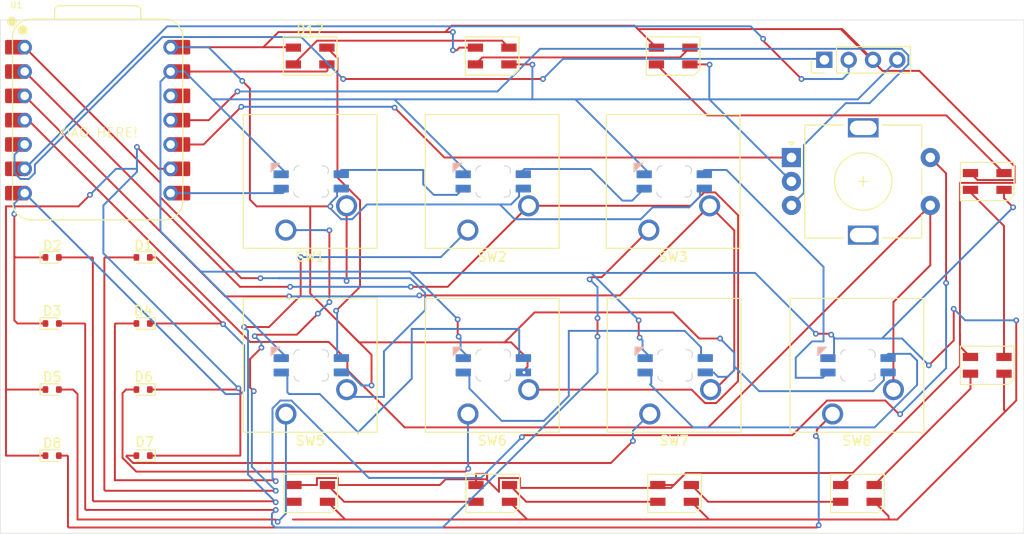
<source format=kicad_pcb>
(kicad_pcb (version 20241229) (generator "pcbnew") (generator_version "9.0")
  (layers (0 "F.Cu" signal) (2 "B.Cu" signal) (13 "F.Paste" user) (15 "B.Paste" user) (5 "F.SilkS" user "F.Silkscreen") (7 "B.SilkS" user "B.Silkscreen") (1 "F.Mask" user) (3 "B.Mask" user) (25 "Edge.Cuts" user))
  (net 0 "")
  (net 1 "Row 1")
  (net 2 "+5V")
  (net 3 "Net-(D1-A)")
  (net 4 "GND")
  (net 5 "Net-(D2-A)")
  (net 6 "Net-(D3-A)")
  (net 7 "Net-(D4-A)")
  (net 8 "Row 2")
  (net 9 "SDA")
  (net 10 "Net-(D5-A)")
  (net 11 "Net-(D6-A)")
  (net 12 "Net-(D7-A)")
  (net 13 "Net-(D8-A)")
  (net 15 "Net-(D20-DOUT)")
  (net 16 "Net-(D10-DIN)")
  (net 17 "Net-(D10-DOUT)")
  (net 18 "Net-(D11-DOUT)")
  (net 19 "Net-(D12-DOUT)")
  (net 20 "Net-(D13-DOUT)")
  (net 21 "Net-(D14-DOUT)")
  (net 22 "Net-(D15-DOUT)")
  (net 23 "Net-(D16-DOUT)")
  (net 24 "Net-(D18-DOUT)")
  (net 25 "Net-(D19-DOUT)")
  (net 26 "SCL")
  (net 27 "Column 1")
  (net 28 "Column 2")
  (net 29 "Column 3")
  (net 30 "Column 4")
  (net 31 "Rotary B")
  (net 32 "Rotary A")
  (net 33 "Net-(D17-DOUT)")
  (net 34 "Net-(D21-DOUT)")
  (net 35 "Net-(D22-DOUT)")
  (net 36 "Net-(D23-DOUT)")
  (net 37 "Net-(D24-DOUT)")
  (footprint "Button_Switch_Keyboard:SW_Cherry_MX_1.00u_PCB" (layer "F.Cu") (at 84.96 94.98 180)
    (property "Reference" "SW5")
    (property "Value" "SW_Push")
  )
  (footprint "LED_SMD:LED_SK6812MINI_PLCC4_3.5x3.5mm_P1.75mm" (layer "F.Cu") (at 106.5 57.6)
    (property "Reference" "D18" (hide yes))
    (property "Value" "WS2812B")
  )
  (footprint "Button_Switch_Keyboard:SW_Cherry_MX_1.00u_PCB" (layer "F.Cu") (at 84.95 75.78 180)
    (property "Reference" "SW1")
    (property "Value" "SW_Push")
  )
  (footprint "LED_SMD:LED_SK6812MINI_PLCC4_3.5x3.5mm_P1.75mm" (layer "F.Cu") (at 106.56 103.275)
    (property "Reference" "D24" (hide yes))
    (property "Value" "WS2812B")
  )
  (footprint "Button_Switch_Keyboard:SW_Cherry_MX_1.00u_PCB" (layer "F.Cu") (at 142.05 94.98 180)
    (property "Reference" "SW8")
    (property "Value" "SW_Push")
  )
  (footprint "Backlight:MX_SK6812MINI-E_REV" (layer "F.Cu") (at 125.6125 89.9)
    (property "Reference" "D14" (hide yes))
    (property "Value" "WS2812B" (hide yes))
    (fp_line (start -1.699999 0.702842) (end -1.699999 -0.702842) (stroke (width 0.1)) (layer "Edge.Cuts"))
    (fp_line (start -0.794452 -1.5) (end 0.794452 -1.5) (stroke (width 0.1)) (layer "Edge.Cuts"))
    (fp_line (start 0.794452 1.499999) (end -0.794453 1.499999) (stroke (width 0.1)) (layer "Edge.Cuts"))
    (fp_line (start 1.699999 -0.702842) (end 1.699999 0.702842) (stroke (width 0.1)) (layer "Edge.Cuts"))
    (fp_arc (start -1.749484 -0.91972) (mid -1.712527 -0.814068) (end -1.699999 -0.702842) (stroke (width 0.1)) (layer "Edge.Cuts"))
    (fp_arc (start -1.749484 -0.919719) (mid -1.638072 -1.504035) (end -1.046711 -1.568299) (stroke (width 0.1)) (layer "Edge.Cuts"))
    (fp_arc (start -1.699999 0.702843) (mid -1.712527 0.814068) (end -1.749484 0.91972) (stroke (width 0.1)) (layer "Edge.Cuts"))
    (fp_arc (start -1.046711 1.568298) (mid -1.63807 1.504034) (end -1.749484 0.91972) (stroke (width 0.1)) (layer "Edge.Cuts"))
    (fp_arc (start -1.046711 1.568298) (mid -0.925123 1.517376) (end -0.794453 1.499999) (stroke (width 0.1)) (layer "Edge.Cuts"))
    (fp_arc (start -0.794452 -1.5) (mid -0.925123 -1.517377) (end -1.046711 -1.568299) (stroke (width 0.1)) (layer "Edge.Cuts"))
    (fp_arc (start 0.794453 1.5) (mid 0.925123 1.517377) (end 1.046711 1.568299) (stroke (width 0.1)) (layer "Edge.Cuts"))
    (fp_arc (start 1.04671 -1.568299) (mid 0.925122 -1.517377) (end 0.794452 -1.5) (stroke (width 0.1)) (layer "Edge.Cuts"))
    (fp_arc (start 1.046711 -1.568297) (mid 1.63807 -1.504035) (end 1.749484 -0.91972) (stroke (width 0.1)) (layer "Edge.Cuts"))
    (fp_arc (start 1.699999 -0.702843) (mid 1.712528 -0.814068) (end 1.749484 -0.91972) (stroke (width 0.1)) (layer "Edge.Cuts"))
    (fp_arc (start 1.749484 0.91972) (mid 1.638072 1.504037) (end 1.046711 1.568299) (stroke (width 0.1)) (layer "Edge.Cuts"))
    (fp_arc (start 1.75 0.92) (mid 1.713043 0.814348) (end 1.700515 0.703123) (stroke (width 0.1)) (layer "Edge.Cuts"))
  )
  (footprint "Button_Switch_Keyboard:SW_Cherry_MX_1.00u_PCB" (layer "F.Cu") (at 122.96 94.98 180)
    (property "Reference" "SW7")
    (property "Value" "SW_Push")
  )
  (footprint "LED_SMD:LED_SK6812MINI_PLCC4_3.5x3.5mm_P1.75mm" (layer "F.Cu") (at 144.64 103.275)
    (property "Reference" "D22" (hide yes))
    (property "Value" "WS2812B")
  )
  (footprint "Diode_SMD:D_SOD-523" (layer "F.Cu") (at 70.05 99.3315 180)
    (property "Reference" "D7" (hide yes))
    (property "Value" "1N4148WT" (hide yes))
  )
  (footprint "LED_SMD:LED_SK6812MINI_PLCC4_3.5x3.5mm_P1.75mm" (layer "F.Cu") (at 125.55 103.275)
    (property "Reference" "D23" (hide yes))
    (property "Value" "WS2812B")
  )
  (footprint "Connector_PinHeader_2.54mm:PinHeader_1x04_P2.54mm_Vertical" (layer "F.Cu") (at 141.19 58 90)
    (property "Reference" "J1" (hide yes))
    (property "Value" "OLED_DISPLAY")
  )
  (footprint "Diode_SMD:D_SOD-523" (layer "F.Cu") (at 60.55 85.5315)
    (property "Reference" "D3")
    (property "Value" "1N4148WT" (hide yes))
  )
  (footprint "LED_SMD:LED_SK6812MINI_PLCC4_3.5x3.5mm_P1.75mm" (layer "F.Cu") (at 87.55 103.275)
    (property "Reference" "D25" (hide yes))
    (property "Value" "WS2812B")
  )
  (footprint "Button_Switch_Keyboard:SW_Cherry_MX_1.00u_PCB" (layer "F.Cu") (at 103.96 75.78 180)
    (property "Reference" "SW2")
    (property "Value" "SW_Push")
  )
  (footprint "Button_Switch_Keyboard:SW_Cherry_MX_1.00u_PCB" (layer "F.Cu") (at 122.86 75.78 180)
    (property "Reference" "SW3")
    (property "Value" "SW_Push")
  )
  (footprint "LED_SMD:LED_SK6812MINI_PLCC4_3.5x3.5mm_P1.75mm" (layer "F.Cu") (at 87.49 57.6)
    (property "Reference" "D17")
    (property "Value" "WS2812B")
  )
  (footprint "Backlight:MX_SK6812MINI-E_REV" (layer "F.Cu") (at 87.6025 70.7)
    (property "Reference" "D10" (hide yes))
    (property "Value" "WS2812B" (hide yes))
    (fp_line (start -1.699999 0.702842) (end -1.699999 -0.702842) (stroke (width 0.1)) (layer "Edge.Cuts"))
    (fp_line (start -0.794452 -1.5) (end 0.794452 -1.5) (stroke (width 0.1)) (layer "Edge.Cuts"))
    (fp_line (start 0.794452 1.499999) (end -0.794453 1.499999) (stroke (width 0.1)) (layer "Edge.Cuts"))
    (fp_line (start 1.699999 -0.702842) (end 1.699999 0.702842) (stroke (width 0.1)) (layer "Edge.Cuts"))
    (fp_arc (start -1.749484 -0.91972) (mid -1.712527 -0.814068) (end -1.699999 -0.702842) (stroke (width 0.1)) (layer "Edge.Cuts"))
    (fp_arc (start -1.749484 -0.919719) (mid -1.638072 -1.504035) (end -1.046711 -1.568299) (stroke (width 0.1)) (layer "Edge.Cuts"))
    (fp_arc (start -1.699999 0.702843) (mid -1.712527 0.814068) (end -1.749484 0.91972) (stroke (width 0.1)) (layer "Edge.Cuts"))
    (fp_arc (start -1.046711 1.568298) (mid -1.63807 1.504034) (end -1.749484 0.91972) (stroke (width 0.1)) (layer "Edge.Cuts"))
    (fp_arc (start -1.046711 1.568298) (mid -0.925123 1.517376) (end -0.794453 1.499999) (stroke (width 0.1)) (layer "Edge.Cuts"))
    (fp_arc (start -0.794452 -1.5) (mid -0.925123 -1.517377) (end -1.046711 -1.568299) (stroke (width 0.1)) (layer "Edge.Cuts"))
    (fp_arc (start 0.794453 1.5) (mid 0.925123 1.517377) (end 1.046711 1.568299) (stroke (width 0.1)) (layer "Edge.Cuts"))
    (fp_arc (start 1.04671 -1.568299) (mid 0.925122 -1.517377) (end 0.794452 -1.5) (stroke (width 0.1)) (layer "Edge.Cuts"))
    (fp_arc (start 1.046711 -1.568297) (mid 1.63807 -1.504035) (end 1.749484 -0.91972) (stroke (width 0.1)) (layer "Edge.Cuts"))
    (fp_arc (start 1.699999 -0.702843) (mid 1.712528 -0.814068) (end 1.749484 -0.91972) (stroke (width 0.1)) (layer "Edge.Cuts"))
    (fp_arc (start 1.749484 0.91972) (mid 1.638072 1.504037) (end 1.046711 1.568299) (stroke (width 0.1)) (layer "Edge.Cuts"))
    (fp_arc (start 1.75 0.92) (mid 1.713043 0.814348) (end 1.700515 0.703123) (stroke (width 0.1)) (layer "Edge.Cuts"))
  )
  (footprint "Button_Switch_Keyboard:SW_Cherry_MX_1.00u_PCB" (layer "F.Cu") (at 103.97 94.98 180)
    (property "Reference" "SW6")
    (property "Value" "SW_Push")
  )
  (footprint "Rotary_Encoder:RotaryEncoder_Alps_EC11E-Switch_Vertical_H20mm" (layer "F.Cu") (at 137.75 68.2)
    (property "Reference" "SW13" (hide yes))
    (property "Value" "RotaryEncoder_Switch")
  )
  (footprint "Diode_SMD:D_SOD-523" (layer "F.Cu") (at 70.05 92.4315 180)
    (property "Reference" "D6")
    (property "Value" "1N4148WT" (hide yes))
  )
  (footprint "Backlight:MX_SK6812MINI-E_REV" (layer "F.Cu") (at 106.6125 70.7)
    (property "Reference" "D11" (hide yes))
    (property "Value" "WS2812B" (hide yes))
    (fp_line (start -1.699999 0.702842) (end -1.699999 -0.702842) (stroke (width 0.1)) (layer "Edge.Cuts"))
    (fp_line (start -0.794452 -1.5) (end 0.794452 -1.5) (stroke (width 0.1)) (layer "Edge.Cuts"))
    (fp_line (start 0.794452 1.499999) (end -0.794453 1.499999) (stroke (width 0.1)) (layer "Edge.Cuts"))
    (fp_line (start 1.699999 -0.702842) (end 1.699999 0.702842) (stroke (width 0.1)) (layer "Edge.Cuts"))
    (fp_arc (start -1.749484 -0.91972) (mid -1.712527 -0.814068) (end -1.699999 -0.702842) (stroke (width 0.1)) (layer "Edge.Cuts"))
    (fp_arc (start -1.749484 -0.919719) (mid -1.638072 -1.504035) (end -1.046711 -1.568299) (stroke (width 0.1)) (layer "Edge.Cuts"))
    (fp_arc (start -1.699999 0.702843) (mid -1.712527 0.814068) (end -1.749484 0.91972) (stroke (width 0.1)) (layer "Edge.Cuts"))
    (fp_arc (start -1.046711 1.568298) (mid -1.63807 1.504034) (end -1.749484 0.91972) (stroke (width 0.1)) (layer "Edge.Cuts"))
    (fp_arc (start -1.046711 1.568298) (mid -0.925123 1.517376) (end -0.794453 1.499999) (stroke (width 0.1)) (layer "Edge.Cuts"))
    (fp_arc (start -0.794452 -1.5) (mid -0.925123 -1.517377) (end -1.046711 -1.568299) (stroke (width 0.1)) (layer "Edge.Cuts"))
    (fp_arc (start 0.794453 1.5) (mid 0.925123 1.517377) (end 1.046711 1.568299) (stroke (width 0.1)) (layer "Edge.Cuts"))
    (fp_arc (start 1.04671 -1.568299) (mid 0.925122 -1.517377) (end 0.794452 -1.5) (stroke (width 0.1)) (layer "Edge.Cuts"))
    (fp_arc (start 1.046711 -1.568297) (mid 1.63807 -1.504035) (end 1.749484 -0.91972) (stroke (width 0.1)) (layer "Edge.Cuts"))
    (fp_arc (start 1.699999 -0.702843) (mid 1.712528 -0.814068) (end 1.749484 -0.91972) (stroke (width 0.1)) (layer "Edge.Cuts"))
    (fp_arc (start 1.749484 0.91972) (mid 1.638072 1.504037) (end 1.046711 1.568299) (stroke (width 0.1)) (layer "Edge.Cuts"))
    (fp_arc (start 1.75 0.92) (mid 1.713043 0.814348) (end 1.700515 0.703123) (stroke (width 0.1)) (layer "Edge.Cuts"))
  )
  (footprint "OPL:XIAO-RP2040-DIP" (layer "F.Cu") (at 65.3 64.3)
    (property "Reference" "U1")
    (property "Value" "XIAO-RP2040-DIP")
  )
  (footprint "Backlight:MX_SK6812MINI-E_REV" (layer "F.Cu") (at 125.5125 70.7)
    (property "Reference" "D12" (hide yes))
    (property "Value" "WS2812B" (hide yes))
    (fp_line (start -1.699999 0.702842) (end -1.699999 -0.702842) (stroke (width 0.1)) (layer "Edge.Cuts"))
    (fp_line (start -0.794452 -1.5) (end 0.794452 -1.5) (stroke (width 0.1)) (layer "Edge.Cuts"))
    (fp_line (start 0.794452 1.499999) (end -0.794453 1.499999) (stroke (width 0.1)) (layer "Edge.Cuts"))
    (fp_line (start 1.699999 -0.702842) (end 1.699999 0.702842) (stroke (width 0.1)) (layer "Edge.Cuts"))
    (fp_arc (start -1.749484 -0.91972) (mid -1.712527 -0.814068) (end -1.699999 -0.702842) (stroke (width 0.1)) (layer "Edge.Cuts"))
    (fp_arc (start -1.749484 -0.919719) (mid -1.638072 -1.504035) (end -1.046711 -1.568299) (stroke (width 0.1)) (layer "Edge.Cuts"))
    (fp_arc (start -1.699999 0.702843) (mid -1.712527 0.814068) (end -1.749484 0.91972) (stroke (width 0.1)) (layer "Edge.Cuts"))
    (fp_arc (start -1.046711 1.568298) (mid -1.63807 1.504034) (end -1.749484 0.91972) (stroke (width 0.1)) (layer "Edge.Cuts"))
    (fp_arc (start -1.046711 1.568298) (mid -0.925123 1.517376) (end -0.794453 1.499999) (stroke (width 0.1)) (layer "Edge.Cuts"))
    (fp_arc (start -0.794452 -1.5) (mid -0.925123 -1.517377) (end -1.046711 -1.568299) (stroke (width 0.1)) (layer "Edge.Cuts"))
    (fp_arc (start 0.794453 1.5) (mid 0.925123 1.517377) (end 1.046711 1.568299) (stroke (width 0.1)) (layer "Edge.Cuts"))
    (fp_arc (start 1.04671 -1.568299) (mid 0.925122 -1.517377) (end 0.794452 -1.5) (stroke (width 0.1)) (layer "Edge.Cuts"))
    (fp_arc (start 1.046711 -1.568297) (mid 1.63807 -1.504035) (end 1.749484 -0.91972) (stroke (width 0.1)) (layer "Edge.Cuts"))
    (fp_arc (start 1.699999 -0.702843) (mid 1.712528 -0.814068) (end 1.749484 -0.91972) (stroke (width 0.1)) (layer "Edge.Cuts"))
    (fp_arc (start 1.749484 0.91972) (mid 1.638072 1.504037) (end 1.046711 1.568299) (stroke (width 0.1)) (layer "Edge.Cuts"))
    (fp_arc (start 1.75 0.92) (mid 1.713043 0.814348) (end 1.700515 0.703123) (stroke (width 0.1)) (layer "Edge.Cuts"))
  )
  (footprint "Backlight:MX_SK6812MINI-E_REV" (layer "F.Cu") (at 144.7025 89.9)
    (property "Reference" "D13" (hide yes))
    (property "Value" "WS2812B" (hide yes))
    (fp_line (start -1.699999 0.702842) (end -1.699999 -0.702842) (stroke (width 0.1)) (layer "Edge.Cuts"))
    (fp_line (start -0.794452 -1.5) (end 0.794452 -1.5) (stroke (width 0.1)) (layer "Edge.Cuts"))
    (fp_line (start 0.794452 1.499999) (end -0.794453 1.499999) (stroke (width 0.1)) (layer "Edge.Cuts"))
    (fp_line (start 1.699999 -0.702842) (end 1.699999 0.702842) (stroke (width 0.1)) (layer "Edge.Cuts"))
    (fp_arc (start -1.749484 -0.91972) (mid -1.712527 -0.814068) (end -1.699999 -0.702842) (stroke (width 0.1)) (layer "Edge.Cuts"))
    (fp_arc (start -1.749484 -0.919719) (mid -1.638072 -1.504035) (end -1.046711 -1.568299) (stroke (width 0.1)) (layer "Edge.Cuts"))
    (fp_arc (start -1.699999 0.702843) (mid -1.712527 0.814068) (end -1.749484 0.91972) (stroke (width 0.1)) (layer "Edge.Cuts"))
    (fp_arc (start -1.046711 1.568298) (mid -1.63807 1.504034) (end -1.749484 0.91972) (stroke (width 0.1)) (layer "Edge.Cuts"))
    (fp_arc (start -1.046711 1.568298) (mid -0.925123 1.517376) (end -0.794453 1.499999) (stroke (width 0.1)) (layer "Edge.Cuts"))
    (fp_arc (start -0.794452 -1.5) (mid -0.925123 -1.517377) (end -1.046711 -1.568299) (stroke (width 0.1)) (layer "Edge.Cuts"))
    (fp_arc (start 0.794453 1.5) (mid 0.925123 1.517377) (end 1.046711 1.568299) (stroke (width 0.1)) (layer "Edge.Cuts"))
    (fp_arc (start 1.04671 -1.568299) (mid 0.925122 -1.517377) (end 0.794452 -1.5) (stroke (width 0.1)) (layer "Edge.Cuts"))
    (fp_arc (start 1.046711 -1.568297) (mid 1.63807 -1.504035) (end 1.749484 -0.91972) (stroke (width 0.1)) (layer "Edge.Cuts"))
    (fp_arc (start 1.699999 -0.702843) (mid 1.712528 -0.814068) (end 1.749484 -0.91972) (stroke (width 0.1)) (layer "Edge.Cuts"))
    (fp_arc (start 1.749484 0.91972) (mid 1.638072 1.504037) (end 1.046711 1.568299) (stroke (width 0.1)) (layer "Edge.Cuts"))
    (fp_arc (start 1.75 0.92) (mid 1.713043 0.814348) (end 1.700515 0.703123) (stroke (width 0.1)) (layer "Edge.Cuts"))
  )
  (footprint "LED_SMD:LED_SK6812MINI_PLCC4_3.5x3.5mm_P1.75mm" (layer "F.Cu") (at 125.4 57.6)
    (property "Reference" "D19" (hide yes))
    (property "Value" "WS2812B")
  )
  (footprint "Backlight:MX_SK6812MINI-E_REV" (layer "F.Cu") (at 106.6225 89.9)
    (property "Reference" "D15" (hide yes))
    (property "Value" "WS2812B" (hide yes))
    (fp_line (start -1.699999 0.702842) (end -1.699999 -0.702842) (stroke (width 0.1)) (layer "Edge.Cuts"))
    (fp_line (start -0.794452 -1.5) (end 0.794452 -1.5) (stroke (width 0.1)) (layer "Edge.Cuts"))
    (fp_line (start 0.794452 1.499999) (end -0.794453 1.499999) (stroke (width 0.1)) (layer "Edge.Cuts"))
    (fp_line (start 1.699999 -0.702842) (end 1.699999 0.702842) (stroke (width 0.1)) (layer "Edge.Cuts"))
    (fp_arc (start -1.749484 -0.91972) (mid -1.712527 -0.814068) (end -1.699999 -0.702842) (stroke (width 0.1)) (layer "Edge.Cuts"))
    (fp_arc (start -1.749484 -0.919719) (mid -1.638072 -1.504035) (end -1.046711 -1.568299) (stroke (width 0.1)) (layer "Edge.Cuts"))
    (fp_arc (start -1.699999 0.702843) (mid -1.712527 0.814068) (end -1.749484 0.91972) (stroke (width 0.1)) (layer "Edge.Cuts"))
    (fp_arc (start -1.046711 1.568298) (mid -1.63807 1.504034) (end -1.749484 0.91972) (stroke (width 0.1)) (layer "Edge.Cuts"))
    (fp_arc (start -1.046711 1.568298) (mid -0.925123 1.517376) (end -0.794453 1.499999) (stroke (width 0.1)) (layer "Edge.Cuts"))
    (fp_arc (start -0.794452 -1.5) (mid -0.925123 -1.517377) (end -1.046711 -1.568299) (stroke (width 0.1)) (layer "Edge.Cuts"))
    (fp_arc (start 0.794453 1.5) (mid 0.925123 1.517377) (end 1.046711 1.568299) (stroke (width 0.1)) (layer "Edge.Cuts"))
    (fp_arc (start 1.04671 -1.568299) (mid 0.925122 -1.517377) (end 0.794452 -1.5) (stroke (width 0.1)) (layer "Edge.Cuts"))
    (fp_arc (start 1.046711 -1.568297) (mid 1.63807 -1.504035) (end 1.749484 -0.91972) (stroke (width 0.1)) (layer "Edge.Cuts"))
    (fp_arc (start 1.699999 -0.702843) (mid 1.712528 -0.814068) (end 1.749484 -0.91972) (stroke (width 0.1)) (layer "Edge.Cuts"))
    (fp_arc (start 1.749484 0.91972) (mid 1.638072 1.504037) (end 1.046711 1.568299) (stroke (width 0.1)) (layer "Edge.Cuts"))
    (fp_arc (start 1.75 0.92) (mid 1.713043 0.814348) (end 1.700515 0.703123) (stroke (width 0.1)) (layer "Edge.Cuts"))
  )
  (footprint "Diode_SMD:D_SOD-523" (layer "F.Cu") (at 60.55 99.3315)
    (property "Reference" "D8")
    (property "Value" "1N4148WT" (hide yes))
  )
  (footprint "Diode_SMD:D_SOD-523" (layer "F.Cu") (at 60.55 78.6315)
    (property "Reference" "D2")
    (property "Value" "1N4148WT" (hide yes))
  )
  (footprint "Diode_SMD:D_SOD-523" (layer "F.Cu") (at 60.55 92.4315)
    (property "Reference" "D5")
    (property "Value" "1N4148WT" (hide yes))
  )
  (footprint "Backlight:MX_SK6812MINI-E_REV" (layer "F.Cu") (at 87.6125 89.9)
    (property "Reference" "D16" (hide yes))
    (property "Value" "WS2812B" (hide yes))
    (fp_line (start -1.699999 0.702842) (end -1.699999 -0.702842) (stroke (width 0.1)) (layer "Edge.Cuts"))
    (fp_line (start -0.794452 -1.5) (end 0.794452 -1.5) (stroke (width 0.1)) (layer "Edge.Cuts"))
    (fp_line (start 0.794452 1.499999) (end -0.794453 1.499999) (stroke (width 0.1)) (layer "Edge.Cuts"))
    (fp_line (start 1.699999 -0.702842) (end 1.699999 0.702842) (stroke (width 0.1)) (layer "Edge.Cuts"))
    (fp_arc (start -1.749484 -0.91972) (mid -1.712527 -0.814068) (end -1.699999 -0.702842) (stroke (width 0.1)) (layer "Edge.Cuts"))
    (fp_arc (start -1.749484 -0.919719) (mid -1.638072 -1.504035) (end -1.046711 -1.568299) (stroke (width 0.1)) (layer "Edge.Cuts"))
    (fp_arc (start -1.699999 0.702843) (mid -1.712527 0.814068) (end -1.749484 0.91972) (stroke (width 0.1)) (layer "Edge.Cuts"))
    (fp_arc (start -1.046711 1.568298) (mid -1.63807 1.504034) (end -1.749484 0.91972) (stroke (width 0.1)) (layer "Edge.Cuts"))
    (fp_arc (start -1.046711 1.568298) (mid -0.925123 1.517376) (end -0.794453 1.499999) (stroke (width 0.1)) (layer "Edge.Cuts"))
    (fp_arc (start -0.794452 -1.5) (mid -0.925123 -1.517377) (end -1.046711 -1.568299) (stroke (width 0.1)) (layer "Edge.Cuts"))
    (fp_arc (start 0.794453 1.5) (mid 0.925123 1.517377) (end 1.046711 1.568299) (stroke (width 0.1)) (layer "Edge.Cuts"))
    (fp_arc (start 1.04671 -1.568299) (mid 0.925122 -1.517377) (end 0.794452 -1.5) (stroke (width 0.1)) (layer "Edge.Cuts"))
    (fp_arc (start 1.046711 -1.568297) (mid 1.63807 -1.504035) (end 1.749484 -0.91972) (stroke (width 0.1)) (layer "Edge.Cuts"))
    (fp_arc (start 1.699999 -0.702843) (mid 1.712528 -0.814068) (end 1.749484 -0.91972) (stroke (width 0.1)) (layer "Edge.Cuts"))
    (fp_arc (start 1.749484 0.91972) (mid 1.638072 1.504037) (end 1.046711 1.568299) (stroke (width 0.1)) (layer "Edge.Cuts"))
    (fp_arc (start 1.75 0.92) (mid 1.713043 0.814348) (end 1.700515 0.703123) (stroke (width 0.1)) (layer "Edge.Cuts"))
  )
  (footprint "Diode_SMD:D_SOD-523" (layer "F.Cu") (at 70.05 78.6315 180)
    (property "Reference" "D1" (hide yes))
    (property "Value" "1N4148WT" (hide yes))
  )
  (footprint "LED_SMD:LED_SK6812MINI_PLCC4_3.5x3.5mm_P1.75mm" (layer "F.Cu") (at 158.2 89.9)
    (property "Reference" "D21" (hide yes))
    (property "Value" "WS2812B")
  )
  (footprint "Diode_SMD:D_SOD-523" (layer "F.Cu") (at 70.05 85.5315 180)
    (property "Reference" "D4")
    (property "Value" "1N4148WT" (hide yes))
  )
  (footprint "LED_SMD:LED_SK6812MINI_PLCC4_3.5x3.5mm_P1.75mm" (layer "F.Cu") (at 158.2 70.7)
    (property "Reference" "D20" (hide yes))
    (property "Value" "WS2812B")
  )
  (gr_rect (start 55.12819 53.836733) (end 162.02819 107.436733) (stroke (width 0.05)) (fill no) (layer "Edge.Cuts"))
  (gr_text "D7\n" (at 70.2 97.9 0) (layer "F.SilkS") (effects (font (size 1 1))))
  (gr_text "XIAO HERE!" (at 61 66.2 0) (layer "F.SilkS") (effects (font (size 1 1) (thickness 0.1)) (justify left bottom)))
  (gr_text "D1" (at 70.1 77.4 0) (layer "F.SilkS") (effects (font (size 1 1))))
  (segment (start 78.3315 85.5315) (end 78.4 85.6) (width 0.2) (layer "F.Cu") (net 1))
  (segment (start 71.4315 78.6315) (end 78.4 85.6) (width 0.2) (layer "F.Cu") (net 1))
  (segment (start 56.9315 85.5315) (end 56.6 85.2) (width 0.2) (layer "F.Cu") (net 1))
  (segment (start 70.75 85.5315) (end 78.3315 85.5315) (width 0.2) (layer "F.Cu") (net 1))
  (segment (start 56.6 85.2) (end 56.6 78.5) (width 0.2) (layer "F.Cu") (net 1))
  (segment (start 56.6 78.5) (end 56.6 74.1) (width 0.2) (layer "F.Cu") (net 1))
  (segment (start 70.75 78.6315) (end 71.4315 78.6315) (width 0.2) (layer "F.Cu") (net 1))
  (segment (start 59.85 85.5315) (end 56.9315 85.5315) (width 0.2) (layer "F.Cu") (net 1))
  (segment (start 56.7315 78.6315) (end 56.6 78.5) (width 0.2) (layer "F.Cu") (net 1))
  (segment (start 59.85 78.6315) (end 56.7315 78.6315) (width 0.2) (layer "F.Cu") (net 1))
  (via (at 78.4 85.6) (size 0.6) (drill 0.3) (layers "F.Cu" "B.Cu") (net 1))
  (via (at 56.6 74.1) (size 0.6) (drill 0.3) (layers "F.Cu" "B.Cu") (net 1))
  (segment (start 80.601 87.801) (end 80.601 92.548943) (width 0.2) (layer "B.Cu") (net 1))
  (segment (start 78.4 85.6) (end 80.601 87.801) (width 0.2) (layer "B.Cu") (net 1))
  (segment (start 80.601 92.548943) (end 80.248943 92.901) (width 0.2) (layer "B.Cu") (net 1))
  (segment (start 78.661 92.901) (end 57.68 71.92) (width 0.2) (layer "B.Cu") (net 1))
  (segment (start 56.6 73) (end 57.68 71.92) (width 0.2) (layer "B.Cu") (net 1))
  (segment (start 80.248943 92.901) (end 78.661 92.901) (width 0.2) (layer "B.Cu") (net 1))
  (segment (start 56.6 74.1) (end 56.6 73) (width 0.2) (layer "B.Cu") (net 1))
  (segment (start 87.5 73.3) (end 89.6 73.3) (width 0.2) (layer "F.Cu") (net 2))
  (segment (start 125.473 102.4) (end 123.8 102.4) (width 0.2) (layer "F.Cu") (net 2))
  (segment (start 104.81 101.2365) (end 104.81 102.4) (width 0.2) (layer "F.Cu") (net 2))
  (segment (start 88.199 102.4) (end 85.8 102.4) (width 0.2) (layer "F.Cu") (net 2))
  (segment (start 107.209 103.109) (end 105.9735 101.8735) (width 0.2) (layer "F.Cu") (net 2))
  (segment (start 157.176 70.551) (end 156.45 69.825) (width 0.2) (layer "F.Cu") (net 2))
  (segment (start 161.051 69.6) (end 161.051 70.551) (width 0.2) (layer "F.Cu") (net 2))
  (segment (start 109.8225 90.413967) (end 110.196968 90.039499) (width 0.2) (layer "F.Cu") (net 2))
  (segment (start 88.199 101.674) (end 88.199 102.4) (width 0.2) (layer "F.Cu") (net 2))
  (segment (start 126.6365 101.2365) (end 125.173 102.7) (width 0.2) (layer "F.Cu") (net 2))
  (segment (start 130.3 87.1) (end 128.117591 87.1) (width 0.2) (layer "F.Cu") (net 2))
  (segment (start 109.411 102.7) (end 109.411 101.674) (width 0.2) (layer "F.Cu") (net 2))
  (segment (start 85.695 56.68) (end 85.74 56.725) (width 0.2) (layer "F.Cu") (net 2))
  (segment (start 161.051 69.099) (end 161.051 69.6) (width 0.2) (layer "F.Cu") (net 2))
  (segment (start 144.145 101.145) (end 126.728 101.145) (width 0.2) (layer "F.Cu") (net 2))
  (segment (start 102.262267 54.437733) (end 121.362733 54.437733) (width 0.2) (layer "F.Cu") (net 2))
  (segment (start 87.5 73.3) (end 87.5 82.4) (width 0.2) (layer "F.Cu") (net 2))
  (segment (start 92.601 87.501) (end 90.8 85.7) (width 0.2) (layer "F.Cu") (net 2))
  (segment (start 155.349 86.7) (end 155.349 87.924) (width 0.2) (layer "F.Cu") (net 2))
  (segment (start 73.755 56.68) (end 82.6 56.68) (width 0.2) (layer "F.Cu") (net 2))
  (segment (start 101.6 55.1) (end 102.262267 54.437733) (width 0.2) (layer "F.Cu") (net 2))
  (segment (start 109.411 101.674) (end 107.209 101.674) (width 0.2) (layer "F.Cu") (net 2))
  (segment (start 161.051 70.849) (end 155.349 70.849) (width 0.2) (layer "F.Cu") (net 2))
  (segment (start 107.8 87.501) (end 92.601 87.501) (width 0.2) (layer "F.Cu") (net 2))
  (segment (start 125.173 102.7) (end 109.411 102.7) (width 0.2) (layer "F.Cu") (net 2))
  (segment (start 90.401 102.4) (end 90.401 101.674) (width 0.2) (layer "F.Cu") (net 2))
  (segment (start 155.349 86.7) (end 155.349 89.941) (width 0.2) (layer "F.Cu") (net 2))
  (segment (start 108.48747 87.501) (end 107.8 87.501) (width 0.2) (layer "F.Cu") (net 2))
  (segment (start 93.9 88.8) (end 93.9 92) (width 0.2) (layer "F.Cu") (net 2))
  (segment (start 105.9735 101.8735) (end 105.9735 101.2365) (width 0.2) (layer "F.Cu") (net 2))
  (segment (start 121.7125 54.7875) (end 142.9 54.7875) (width 0.2) (layer "F.Cu") (net 2))
  (segment (start 121.7125 54.7875) (end 123.65 56.725) (width 0.2) (layer "F.Cu") (net 2))
  (segment (start 101.6 55.1) (end 102.4 55.1) (width 0.2) (layer "F.Cu") (net 2))
  (segment (start 80.4 60.2) (end 81.2 61) (width 0.2) (layer "F.Cu") (net 2))
  (segment (start 105.9735 101.8) (end 101.6365 101.8) (width 0.2) (layer "F.Cu") (net 2))
  (segment (start 126.728 101.145) (end 126.6365 101.2365) (width 0.2) (layer "F.Cu") (net 2))
  (segment (start 105.9735 101.2365) (end 105.9735 101.8) (width 0.2) (layer "F.Cu") (net 2))
  (segment (start 121.362733 54.437733) (end 121.7125 54.7875) (width 0.2) (layer "F.Cu") (net 2))
  (segment (start 151.103 59.151) (end 161.051 69.099) (width 0.2) (layer "F.Cu") (net 2))
  (segment (start 101.0365 102.4) (end 90.401 102.4) (width 0.2) (layer "F.Cu") (net 2))
  (segment (start 81.2 61) (end 81.2 72.6) (width 0.2) (layer "F.Cu") (net 2))
  (segment (start 144.145 101.145) (end 142.89 102.4) (width 0.2) (layer "F.Cu") (net 2))
  (segment (start 102.8 57) (end 103.075 56.725) (width 0.2) (layer "F.Cu") (net 2))
  (segment (start 143.0575 54.7875) (end 146.27 58) (width 0.2) (layer "F.Cu") (net 2))
  (segment (start 155.349 89.941) (end 144.145 101.145) (width 0.2) (layer "F.Cu") (net 2))
  (segment (start 81.9 73.3) (end 87.5 73.3) (width 0.2) (layer "F.Cu") (net 2))
  (segment (start 90.8 85.7) (end 93.9 88.8) (width 0.2) (layer "F.Cu") (net 2))
  (segment (start 109.8225 90.65) (end 109.8225 90.413967) (width 0.2) (layer "F.Cu") (net 2))
  (segment (start 82.6 56.68) (end 85.695 56.68) (width 0.2) (layer "F.Cu") (net 2))
  (segment (start 110.196968 89.210498) (end 108.48747 87.501) (width 0.2) (layer "F.Cu") (net 2))
  (segment (start 142.9 54.7875) (end 147.2635 59.151) (width 0.2) (layer "F.Cu") (net 2))
  (segment (start 101.6365 101.8) (end 101.0365 102.4) (width 0.2) (layer "F.Cu") (net 2))
  (segment (start 110.925265 84.375735) (end 107.8 87.501) (width 0.2) (layer "F.Cu") (net 2))
  (segment (start 147.2635 59.151) (end 151.103 59.151) (width 0.2) (layer "F.Cu") (net 2))
  (segment (start 142.9 54.7875) (end 143.0575 54.7875) (width 0.2) (layer "F.Cu") (net 2))
  (segment (start 90.401 101.674) (end 88.199 101.674) (width 0.2) (layer "F.Cu") (net 2))
  (segment (start 87.5 82.4) (end 90.8 85.7) (width 0.2) (layer "F.Cu") (net 2))
  (segment (start 81.2 72.6) (end 81.9 73.3) (width 0.2) (layer "F.Cu") (net 2))
  (segment (start 102.4 57) (end 102.8 57) (width 0.2) (layer "F.Cu") (net 2))
  (segment (start 84.18 55.1) (end 101.6 55.1) (width 0.2) (layer "F.Cu") (net 2))
  (segment (start 128.117591 87.1) (end 125.393326 84.375735) (width 0.2) (layer "F.Cu") (net 2))
  (segment (start 82.6 56.68) (end 84.18 55.1) (width 0.2) (layer "F.Cu") (net 2))
  (segment (start 155.349 87.924) (end 156.45 89.025) (width 0.2) (layer "F.Cu") (net 2))
  (segment (start 110.196968 90.039499) (end 110.196968 89.210498) (width 0.2) (layer "F.Cu") (net 2))
  (segment (start 161.051 70.551) (end 157.176 70.551) (width 0.2) (layer "F.Cu") (net 2))
  (segment (start 155.349 70.849) (end 155.349 86.7) (width 0.2) (layer "F.Cu") (net 2))
  (segment (start 161.051 69.6) (end 161.051 70.849) (width 0.2) (layer "F.Cu") (net 2))
  (segment (start 103.075 56.725) (end 104.75 56.725) (width 0.2) (layer "F.Cu") (net 2))
  (segment (start 105.9735 101.2365) (end 104.81 101.2365) (width 0.2) (layer "F.Cu") (net 2))
  (segment (start 125.393326 84.375735) (end 110.925265 84.375735) (width 0.2) (layer "F.Cu") (net 2))
  (segment (start 126.6365 101.2365) (end 125.473 102.4) (width 0.2) (layer "F.Cu") (net 2))
  (segment (start 107.209 101.674) (end 107.209 103.109) (width 0.2) (layer "F.Cu") (net 2))
  (via (at 102.4 55.1) (size 0.6) (drill 0.3) (layers "F.Cu" "B.Cu") (net 2))
  (via (at 102.4 57) (size 0.6) (drill 0.3) (layers "F.Cu" "B.Cu") (net 2))
  (via (at 80.4 60.2) (size 0.6) (drill 0.3) (layers "F.Cu" "B.Cu") (net 2))
  (via (at 89.6 73.3) (size 0.6) (drill 0.3) (layers "F.Cu" "B.Cu") (net 2))
  (via (at 130.3 87.1) (size 0.6) (drill 0.3) (layers "F.Cu" "B.Cu") (net 2))
  (via (at 93.9 92) (size 0.6) (drill 0.3) (layers "F.Cu" "B.Cu") (net 2))
  (via (at 109.8225 90.65) (size 0.6) (drill 0.3) (layers "F.Cu" "B.Cu") (net 2))
  (segment (start 147.4025 91.456186) (end 147.4025 90.65) (width 0.2) (layer "B.Cu") (net 2))
  (segment (start 93.9 92) (end 92.851314 92) (width 0.2) (layer "B.Cu") (net 2))
  (segment (start 107.3 73.1) (end 108.841 74.641) (width 0.2) (layer "B.Cu") (net 2))
  (segment (start 108.468686 73.1) (end 109.3125 72.256186) (width 0.2) (layer "B.Cu") (net 2))
  (segment (start 146.3 92.558686) (end 147.4025 91.456186) (width 0.2) (layer "B.Cu") (net 2))
  (segment (start 89.6 73.3) (end 89.6 72.958686) (width 0.2) (layer "B.Cu") (net 2))
  (segment (start 107.3 73.1) (end 108.468686 73.1) (width 0.2) (layer "B.Cu") (net 2))
  (segment (start 127.068686 73.4) (end 128.2125 72.256186) (width 0.2) (layer "B.Cu") (net 2))
  (segment (start 89.6 73.3) (end 89.6 73.521314) (width 0.2) (layer "B.Cu") (net 2))
  (segment (start 89.6 72.958686) (end 90.3025 72.256186) (width 0.2) (layer "B.Cu") (net 2))
  (segment (start 72.92 56.68) (end 76.88 56.68) (width 0.2) (layer "B.Cu") (net 2))
  (segment (start 76.88 56.68) (end 80.4 60.2) (width 0.2) (layer "B.Cu") (net 2))
  (segment (start 130.3 87.1) (end 131.781 88.581) (width 0.2) (layer "B.Cu") (net 2))
  (segment (start 131.781 90.39747) (end 131.07747 91.101) (width 0.2) (layer "B.Cu") (net 2))
  (segment (start 134.381 92.6) (end 146.3 92.6) (width 0.2) (layer "B.Cu") (net 2))
  (segment (start 131.781 90) (end 131.781 90.39747) (width 0.2) (layer "B.Cu") (net 2))
  (segment (start 93.421314 73.1) (end 107.3 73.1) (width 0.2) (layer "B.Cu") (net 2))
  (segment (start 123.258686 73.4) (end 127.068686 73.4) (width 0.2) (layer "B.Cu") (net 2))
  (segment (start 91.501314 90.65) (end 90.3125 90.65) (width 0.2) (layer "B.Cu") (net 2))
  (segment (start 131.07747 91.101) (end 130.08253 91.101) (width 0.2) (layer "B.Cu") (net 2))
  (segment (start 91.880314 74.641) (end 93.421314 73.1) (width 0.2) (layer "B.Cu") (net 2))
  (segment (start 146.3 92.6) (end 146.3 92.558686) (width 0.2) (layer "B.Cu") (net 2))
  (segment (start 128.2125 72.256186) (end 128.2125 71.45) (width 0.2) (layer "B.Cu") (net 2))
  (segment (start 102.4 55.1) (end 102.4 57) (width 0.2) (layer "B.Cu") (net 2))
  (segment (start 109.3125 72.256186) (end 109.3125 71.45) (width 0.2) (layer "B.Cu") (net 2))
  (segment (start 89.6 73.521314) (end 90.719686 74.641) (width 0.2) (layer "B.Cu") (net 2))
  (segment (start 122.017686 74.641) (end 123.258686 73.4) (width 0.2) (layer "B.Cu") (net 2))
  (segment (start 131.781 88.581) (end 131.781 90) (width 0.2) (layer "B.Cu") (net 2))
  (segment (start 90.719686 74.641) (end 91.880314 74.641) (width 0.2) (layer "B.Cu") (net 2))
  (segment (start 108.841 74.641) (end 122.017686 74.641) (width 0.2) (layer "B.Cu") (net 2))
  (segment (start 90.3025 72.256186) (end 90.3025 71.45) (width 0.2) (layer "B.Cu") (net 2))
  (segment (start 129.63153 90.65) (end 128.3125 90.65) (width 0.2) (layer "B.Cu") (net 2))
  (segment (start 92.851314 92) (end 91.501314 90.65) (width 0.2) (layer "B.Cu") (net 2))
  (segment (start 131.781 90) (end 134.381 92.6) (width 0.2) (layer "B.Cu") (net 2))
  (segment (start 109.8225 90.65) (end 109.3225 90.65) (width 0.2) (layer "B.Cu") (net 2))
  (segment (start 130.08253 91.101) (end 129.63153 90.65) (width 0.2) (layer "B.Cu") (net 2))
  (segment (start 81.8 86.7) (end 86.1 86.7) (width 0.2) (layer "F.Cu") (net 3))
  (segment (start 81.219 89.239) (end 82.4 88.058) (width 0.2) (layer "F.Cu") (net 3))
  (segment (start 66.0685 78.6315) (end 66 78.7) (width 0.2) (layer "F.Cu") (net 3))
  (segment (start 66 102.9) (end 66.1 103) (width 0.2) (layer "F.Cu") (net 3))
  (segment (start 86.1 86.7) (end 88.3 84.5) (width 0.2) (layer "F.Cu") (net 3))
  (segment (start 66.1 103) (end 83.9 103) (width 0.2) (layer "F.Cu") (net 3))
  (segment (start 69.35 78.6315) (end 66.0685 78.6315) (width 0.2) (layer "F.Cu") (net 3))
  (segment (start 66 78.7) (end 66 102.9) (width 0.2) (layer "F.Cu") (net 3))
  (segment (start 81.219 92.217) (end 81.219 89.239) (width 0.2) (layer "F.Cu") (net 3))
  (segment (start 89.5 83.3) (end 89.5 75.8) (width 0.2) (layer "F.Cu") (net 3))
  (segment (start 81.602 92.6) (end 81.219 92.217) (width 0.2) (layer "F.Cu") (net 3))
  (via (at 82.4 88.058) (size 0.6) (drill 0.3) (layers "F.Cu" "B.Cu") (net 3))
  (via (at 89.5 83.3) (size 0.6) (drill 0.3) (layers "F.Cu" "B.Cu") (net 3))
  (via (at 81.7 86.858) (size 0.6) (drill 0.3) (layers "F.Cu" "B.Cu") (net 3))
  (via (at 88.3 84.5) (size 0.6) (drill 0.3) (layers "F.Cu" "B.Cu") (net 3))
  (via (at 89.5 75.8) (size 0.6) (drill 0.3) (layers "F.Cu" "B.Cu") (net 3))
  (via (at 83.9 103) (size 0.6) (drill 0.3) (layers "F.Cu" "B.Cu") (net 3))
  (via (at 81.602 92.6) (size 0.6) (drill 0.3) (layers "F.Cu" "B.Cu") (net 3))
  (segment (start 81.403 100.503) (end 81.403 92.61547) (width 0.2) (layer "B.Cu") (net 3))
  (segment (start 83.9 103) (end 81.403 100.503) (width 0.2) (layer "B.Cu") (net 3))
  (segment (start 82.4 87.558) (end 81.7 86.858) (width 0.2) (layer "B.Cu") (net 3))
  (segment (start 88.3 84.5) (end 89.5 83.3) (width 0.2) (layer "B.Cu") (net 3))
  (segment (start 81.403 92.61547) (end 81.58653 92.61547) (width 0.2) (layer "B.Cu") (net 3))
  (segment (start 89.04 75.8) (end 89.02 75.78) (width 0.2) (layer "B.Cu") (net 3))
  (segment (start 89.5 75.8) (end 89.04 75.8) (width 0.2) (layer "B.Cu") (net 3))
  (segment (start 89.02 75.78) (end 84.95 75.78) (width 0.2) (layer "B.Cu") (net 3))
  (segment (start 82.4 88.058) (end 82.4 87.558) (width 0.2) (layer "B.Cu") (net 3))
  (segment (start 81.58653 92.61547) (end 81.602 92.6) (width 0.2) (layer "B.Cu") (net 3))
  (segment (start 73.755 59.22) (end 89.18 59.22) (width 0.2) (layer "F.Cu") (net 4))
  (segment (start 160.9 73.4) (end 159.95 72.45) (width 0.2) (layer "F.Cu") (net 4))
  (segment (start 161.22819 92.8) (end 161.22819 93.57181) (width 0.2) (layer "F.Cu") (net 4))
  (segment (start 91.1 105.95) (end 89.3 104.15) (width 0.2) (layer "F.Cu") (net 4))
  (segment (start 128.3 106) (end 110.16 106) (width 0.2) (layer "F.Cu") (net 4))
  (segment (start 161.22819 93.57181) (end 160.1 94.7) (width 0.2) (layer "F.Cu") (net 4))
  (segment (start 147.9 106) (end 129.15 106) (width 0.2) (layer "F.Cu") (net 4))
  (segment (start 127.3 104.15) (end 129.15 106) (width 0.2) (layer "F.Cu") (net 4))
  (segment (start 89.3 58.535) (end 89.24 58.475) (width 0.2) (layer "F.Cu") (net 4))
  (segment (start 159.95 94.55) (end 160.1 94.7) (width 0.2) (layer "F.Cu") (net 4))
  (segment (start 89.3 59.1) (end 89.3 58.535) (width 0.2) (layer "F.Cu") (net 4))
  (segment (start 147.9 105.66) (end 146.39 104.15) (width 0.2) (layer "F.Cu") (net 4))
  (segment (start 91.1 106) (end 91.1 105.95) (width 0.2) (layer "F.Cu") (net 4))
  (segment (start 160.1 94.7) (end 148.8 106) (width 0.2) (layer "F.Cu") (net 4))
  (segment (start 152.1 89.9) (end 154.7 87.3) (width 0.2) (layer "F.Cu") (net 4))
  (segment (start 108.31 104.15) (end 110.16 106) (width 0.2) (layer "F.Cu") (net 4))
  (segment (start 89.18 59.22) (end 89.3 59.1) (width 0.2) (layer "F.Cu") (net 4))
  (segment (start 129.2 58.5) (end 129.175 58.475) (width 0.2) (layer "F.Cu") (net 4))
  (segment (start 102.9 85.1) (end 102.9 86.8) (width 0.2) (layer "F.Cu") (net 4))
  (segment (start 129.15 106) (end 128.3 106) (width 0.2) (layer "F.Cu") (net 4))
  (segment (start 110.675 58.475) (end 108.25 58.475) (width 0.2) (layer "F.Cu") (net 4))
  (segment (start 147.9 106) (end 147.9 105.66) (width 0.2) (layer "F.Cu") (net 4))
  (segment (start 91.1 106) (end 85.7 106) (width 0.2) (layer "F.Cu") (net 4))
  (segment (start 148.8 106) (end 147.9 106) (width 0.2) (layer "F.Cu") (net 4))
  (segment (start 102.9 86.8) (end 103 86.9) (width 0.2) (layer "F.Cu") (net 4))
  (segment (start 140.3 86.6) (end 141.8 86.6) (width 0.2) (layer "F.Cu") (net 4))
  (segment (start 110.16 106) (end 91.1 106) (width 0.2) (layer "F.Cu") (net 4))
  (segment (start 159.95 72.45) (end 159.95 71.575) (width 0.2) (layer "F.Cu") (net 4))
  (segment (start 159.95 90.775) (end 159.95 94.55) (width 0.2) (layer "F.Cu") (net 4))
  (segment (start 154.7 87.3) (end 154.7 84) (width 0.2) (layer "F.Cu") (net 4))
  (segment (start 161.22819 85.2) (end 161.22819 92.8) (width 0.2) (layer "F.Cu") (net 4))
  (segment (start 121.8 86.9) (end 121.9 87) (width 0.2) (layer "F.Cu") (net 4))
  (segment (start 129.175 58.475) (end 127.15 58.475) (width 0.2) (layer "F.Cu") (net 4))
  (segment (start 141.8 86.6) (end 141.9 86.7) (width 0.2) (layer "F.Cu") (net 4))
  (segment (start 121.8 85.2) (end 121.8 86.9) (width 0.2) (layer "F.Cu") (net 4))
  (segment (start 110.7 58.5) (end 110.675 58.475) (width 0.2) (layer "F.Cu") (net 4))
  (via (at 154.7 84) (size 0.6) (drill 0.3) (layers "F.Cu" "B.Cu") (net 4))
  (via (at 160.9 73.4) (size 0.6) (drill 0.3) (layers "F.Cu" "B.Cu") (net 4))
  (via (at 121.8 85.2) (size 0.6) (drill 0.3) (layers "F.Cu" "B.Cu") (net 4))
  (via (at 102.9 85.1) (size 0.6) (drill 0.3) (layers "F.Cu" "B.Cu") (net 4))
  (via (at 140.3 86.6) (size 0.6) (drill 0.3) (layers "F.Cu" "B.Cu") (net 4))
  (via (at 152.1 89.9) (size 0.6) (drill 0.3) (layers "F.Cu" "B.Cu") (net 4))
  (via (at 129.2 58.5) (size 0.6) (drill 0.3) (layers "F.Cu" "B.Cu") (net 4))
  (via (at 103 86.9) (size 0.6) (drill 0.3) (layers "F.Cu" "B.Cu") (net 4))
  (via (at 110.7 58.5) (size 0.6) (drill 0.3) (layers "F.Cu" "B.Cu") (net 4))
  (via (at 161.22819 85.2) (size 0.6) (drill 0.3) (layers "F.Cu" "B.Cu") (net 4))
  (via (at 121.9 87) (size 0.6) (drill 0.3) (layers "F.Cu" "B.Cu") (net 4))
  (via (at 141.9 86.7) (size 0.6) (drill 0.3) (layers "F.Cu" "B.Cu") (net 4))
  (segment (start 129.17375 62.12375) (end 137.75 70.7) (width 0.2) (layer "B.Cu") (net 4))
  (segment (start 103.2 87.1) (end 103.2 88.2275) (width 0.2) (layer "B.Cu") (net 4))
  (segment (start 110.7 62.12375) (end 110.7 58.5) (width 0.2) (layer "B.Cu") (net 4))
  (segment (start 142.2025 87.0025) (end 142.2025 87.1) (width 0.2) (layer "B.Cu") (net 4))
  (segment (start 96.2 62.12375) (end 96.28625 62.12375) (width 0.2) (layer "B.Cu") (net 4))
  (segment (start 116.85 80.25) (end 121.8 85.2) (width 0.2) (layer "B.Cu") (net 4))
  (segment (start 141.9 86.7) (end 142.2025 87.0025) (width 0.2) (layer "B.Cu") (net 4))
  (segment (start 72.92 59.22) (end 74.3725 59.22) (width 0.2) (layer "B.Cu") (net 4))
  (segment (start 103.2 88.2275) (end 104.1225 89.15) (width 0.2) (layer "B.Cu") (net 4))
  (segment (start 147.2 87.1) (end 160.9 73.4) (width 0.2) (layer "B.Cu") (net 4))
  (segment (start 115.18625 62.12375) (end 129.17375 62.12375) (width 0.2) (layer "B.Cu") (net 4))
  (segment (start 76.08125 80.11875) (end 97.91875 80.11875) (width 0.2) (layer "B.Cu") (net 4))
  (segment (start 147.2 87.1) (end 149.3 87.1) (width 0.2) (layer "B.Cu") (net 4))
  (segment (start 121.9 87) (end 122.2 87.3) (width 0.2) (layer "B.Cu") (net 4))
  (segment (start 77.27625 62.12375) (end 89.3 62.12375) (width 0.2) (layer "B.Cu") (net 4))
  (segment (start 129.17375 62.12375) (end 129.17375 58.52625) (width 0.2) (layer "B.Cu") (net 4))
  (segment (start 71.857 75.8945) (end 76.08125 80.11875) (width 0.2) (layer "B.Cu") (net 4))
  (segment (start 72.92 59.22) (end 71.857 60.283) (width 0.2) (layer "B.Cu") (net 4))
  (segment (start 129.17375 58.52625) (end 129.2 58.5) (width 0.2) (layer "B.Cu") (net 4))
  (segment (start 122.2 88.2375) (end 123.1125 89.15) (width 0.2) (layer "B.Cu") (net 4))
  (segment (start 154.7 84) (end 155.9 85.2) (width 0.2) (layer "B.Cu") (net 4))
  (segment (start 142.2025 87.1) (end 142.2025 89.15) (width 0.2) (layer "B.Cu") (net 4))
  (segment (start 103 86.9) (end 103.2 87.1) (width 0.2) (layer "B.Cu") (net 4))
  (segment (start 129.17375 62.12375) (end 144.68625 62.12375) (width 0.2) (layer "B.Cu") (net 4))
  (segment (start 71.857 60.283) (end 71.857 75.8945) (width 0.2) (layer "B.Cu") (net 4))
  (segment (start 122.2 87.3) (end 122.2 88.2375) (width 0.2) (layer "B.Cu") (net 4))
  (segment (start 74.3725 59.22) (end 77.27625 62.12375) (width 0.2) (layer "B.Cu") (net 4))
  (segment (start 96.2 62.12375) (end 110.7 62.12375) (width 0.2) (layer "B.Cu") (net 4))
  (segment (start 133.95 80.25) (end 140.3 86.6) (width 0.2) (layer "B.Cu") (net 4))
  (segment (start 89.3 62.12375) (end 96.2 62.12375) (width 0.2) (layer "B.Cu") (net 4))
  (segment (start 77.27625 62.12375) (end 85.1025 69.95) (width 0.2) (layer "B.Cu") (net 4))
  (segment (start 142.2025 87.1) (end 147.2 87.1) (width 0.2) (layer "B.Cu") (net 4))
  (segment (start 110.7 62.12375) (end 115.18625 62.12375) (width 0.2) (layer "B.Cu") (net 4))
  (segment (start 149.3 87.1) (end 152.1 89.9) (width 0.2) (layer "B.Cu") (net 4))
  (segment (start 97.91875 80.11875) (end 98.05 80.25) (width 0.2) (layer "B.Cu") (net 4))
  (segment (start 155.9 85.2) (end 161.22819 85.2) (width 0.2) (layer "B.Cu") (net 4))
  (segment (start 98.05 80.25) (end 102.9 85.1) (width 0.2) (layer "B.Cu") (net 4))
  (segment (start 98.05 80.25) (end 116.85 80.25) (width 0.2) (layer "B.Cu") (net 4))
  (segment (start 76.08125 80.11875) (end 85.1125 89.15) (width 0.2) (layer "B.Cu") (net 4))
  (segment (start 115.18625 62.12375) (end 123.0125 69.95) (width 0.2) (layer "B.Cu") (net 4))
  (segment (start 96.28625 62.12375) (end 104.1125 69.95) (width 0.2) (layer "B.Cu") (net 4))
  (segment (start 116.85 80.25) (end 133.95 80.25) (width 0.2) (layer "B.Cu") (net 4))
  (segment (start 144.68625 62.12375) (end 148.81 58) (width 0.2) (layer "B.Cu") (net 4))
  (segment (start 64.9 104.1) (end 83.8 104.1) (width 0.2) (layer "F.Cu") (net 5))
  (segment (start 83.8 104.1) (end 83.9 104.2) (width 0.2) (layer "F.Cu") (net 5))
  (segment (start 86.5 82.6) (end 86.5 78.6) (width 0.2) (layer "F.Cu") (net 5))
  (segment (start 80.6 85.9) (end 83.2 85.9) (width 0.2) (layer "F.Cu") (net 5))
  (segment (start 64.7315 78.6315) (end 64.8 78.7) (width 0.2) (layer "F.Cu") (net 5))
  (segment (start 64.8 104) (end 64.9 104.1) (width 0.2) (layer "F.Cu") (net 5))
  (segment (start 61.25 78.55) (end 61.2 78.5) (width 0.2) (layer "F.Cu") (net 5))
  (segment (start 83.2 85.9) (end 86.5 82.6) (width 0.2) (layer "F.Cu") (net 5))
  (segment (start 64.8 78.7) (end 64.8 104) (width 0.2) (layer "F.Cu") (net 5))
  (segment (start 61.25 78.6315) (end 64.7315 78.6315) (width 0.2) (layer "F.Cu") (net 5))
  (segment (start 61.25 78.6315) (end 61.25 78.55) (width 0.2) (layer "F.Cu") (net 5))
  (via (at 86.5 78.6) (size 0.6) (drill 0.3) (layers "F.Cu" "B.Cu") (net 5))
  (via (at 83.9 104.2) (size 0.6) (drill 0.3) (layers "F.Cu" "B.Cu") (net 5))
  (via (at 80.6 85.9) (size 0.6) (drill 0.3) (layers "F.Cu" "B.Cu") (net 5))
  (segment (start 86.5 78.6) (end 101.14 78.6) (width 0.2) (layer "B.Cu") (net 5))
  (segment (start 101.14 78.6) (end 103.96 75.78) (width 0.2) (layer "B.Cu") (net 5))
  (segment (start 83.9 104.2) (end 81.002 101.302) (width 0.2) (layer "B.Cu") (net 5))
  (segment (start 81.002 101.302) (end 81.002 86.302) (width 0.2) (layer "B.Cu") (net 5))
  (segment (start 81.002 86.302) (end 80.6 85.9) (width 0.2) (layer "B.Cu") (net 5))
  (segment (start 64 104.9) (end 64.1 105) (width 0.2) (layer "F.Cu") (net 6))
  (segment (start 116.9 80.7) (end 117.94 80.7) (width 0.2) (layer "F.Cu") (net 6))
  (segment (start 117.5 86.9) (end 117.5 84.975735) (width 0.2) (layer "F.Cu") (net 6))
  (segment (start 64 85.6) (end 64 104.9) (width 0.2) (layer "F.Cu") (net 6))
  (segment (start 61.25 85.5315) (end 63.9315 85.5315) (width 0.2) (layer "F.Cu") (net 6))
  (segment (start 117.94 80.7) (end 122.86 75.78) (width 0.2) (layer "F.Cu") (net 6))
  (segment (start 116.675735 80.924265) (end 116.9 80.7) (width 0.2) (layer "F.Cu") (net 6))
  (segment (start 63.9315 85.5315) (end 64 85.6) (width 0.2) (layer "F.Cu") (net 6))
  (segment (start 64.1 105) (end 83.9 105) (width 0.2) (layer "F.Cu") (net 6))
  (via (at 116.675735 80.924265) (size 0.6) (drill 0.3) (layers "F.Cu" "B.Cu") (net 6))
  (via (at 83.9 105) (size 0.6) (drill 0.3) (layers "F.Cu" "B.Cu") (net 6))
  (via (at 117.5 86.9) (size 0.6) (drill 0.3) (layers "F.Cu" "B.Cu") (net 6))
  (via (at 117.5 84.975735) (size 0.6) (drill 0.3) (layers "F.Cu" "B.Cu") (net 6))
  (segment (start 83.499 105.401) (end 83.499 106.484676) (width 0.2) (layer "B.Cu") (net 6))
  (segment (start 101.330367 106.836733) (end 117.5 90.6671) (width 0.2) (layer "B.Cu") (net 6))
  (segment (start 83.499 106.484676) (end 83.851057 106.836733) (width 0.2) (layer "B.Cu") (net 6))
  (segment (start 117.5 81.74853) (end 116.675735 80.924265) (width 0.2) (layer "B.Cu") (net 6))
  (segment (start 83.851057 106.836733) (end 101.330367 106.836733) (width 0.2) (layer "B.Cu") (net 6))
  (segment (start 117.5 90.6671) (end 117.5 86.9) (width 0.2) (layer "B.Cu") (net 6))
  (segment (start 117.5 84.975735) (end 117.5 81.74853) (width 0.2) (layer "B.Cu") (net 6))
  (segment (start 83.9 105) (end 83.499 105.401) (width 0.2) (layer "B.Cu") (net 6))
  (segment (start 67.1 85.6) (end 67.1 101.9) (width 0.2) (layer "F.Cu") (net 7))
  (segment (start 153.9 69.85) (end 152.25 68.2) (width 0.2) (layer "F.Cu") (net 7))
  (segment (start 147.557686 93.579) (end 148.978686 95) (width 0.2) (layer "F.Cu") (net 7))
  (segment (start 137.849686 97.199) (end 141.469686 93.579) (width 0.2) (layer "F.Cu") (net 7))
  (segment (start 67.1685 85.5315) (end 67.1 85.6) (width 0.2) (layer "F.Cu") (net 7))
  (segment (start 153.9 81.3) (end 153.9 69.85) (width 0.2) (layer "F.Cu") (net 7))
  (segment (start 109.6 97.4) (end 109.801 97.199) (width 0.2) (layer "F.Cu") (net 7))
  (segment (start 148.978686 95) (end 149.1 95) (width 0.2) (layer "F.Cu") (net 7))
  (segment (start 141.469686 93.579) (end 147.557686 93.579) (width 0.2) (layer "F.Cu") (net 7))
  (segment (start 69.35 85.5315) (end 67.1685 85.5315) (width 0.2) (layer "F.Cu") (net 7))
  (segment (start 67.1 101.9) (end 83.8 101.9) (width 0.2) (layer "F.Cu") (net 7))
  (segment (start 109.801 97.199) (end 137.849686 97.199) (width 0.2) (layer "F.Cu") (net 7))
  (segment (start 83.8 101.9) (end 83.9 102) (width 0.2) (layer "F.Cu") (net 7))
  (via (at 153.9 81.3) (size 0.6) (drill 0.3) (layers "F.Cu" "B.Cu") (net 7))
  (via (at 109.6 97.4) (size 0.6) (drill 0.3) (layers "F.Cu" "B.Cu") (net 7))
  (via (at 83.9 102) (size 0.6) (drill 0.3) (layers "F.Cu" "B.Cu") (net 7))
  (via (at 149.1 95) (size 0.6) (drill 0.3) (layers "F.Cu" "B.Cu") (net 7))
  (segment (start 85.540314 93.579) (end 93.620314 101.659) (width 0.2) (layer "B.Cu") (net 7))
  (segment (start 83.559 94.399686) (end 84.379686 93.579) (width 0.2) (layer "B.Cu") (net 7))
  (segment (start 149.1 95) (end 153.9 90.2) (width 0.2) (layer "B.Cu") (net 7))
  (segment (start 93.620314 101.659) (end 105.341 101.659) (width 0.2) (layer "B.Cu") (net 7))
  (segment (start 83.9 102) (end 83.559 101.659) (width 0.2) (layer "B.Cu") (net 7))
  (segment (start 83.559 101.659) (end 83.559 94.399686) (width 0.2) (layer "B.Cu") (net 7))
  (segment (start 153.9 90.2) (end 153.9 81.3) (width 0.2) (layer "B.Cu") (net 7))
  (segment (start 105.341 101.659) (end 109.6 97.4) (width 0.2) (layer "B.Cu") (net 7))
  (segment (start 84.379686 93.579) (end 85.540314 93.579) (width 0.2) (layer "B.Cu") (net 7))
  (segment (start 55.72919 92.4) (end 55.72919 73.3) (width 0.2) (layer "F.Cu") (net 8))
  (segment (start 79.8685 92.4315) (end 80 92.3) (width 0.2) (layer "F.Cu") (net 8))
  (segment (start 80.2 92.5) (end 80 92.3) (width 0.2) (layer "F.Cu") (net 8))
  (segment (start 59.85 92.4315) (end 55.76069 92.4315) (width 0.2) (layer "F.Cu") (net 8))
  (segment (start 55.86619 99.32919) (end 55.8685 99.3315) (width 0.2) (layer "F.Cu") (net 8))
  (segment (start 73.755 69.38) (end 71.68 69.38) (width 0.2) (layer "F.Cu") (net 8))
  (segment (start 55.72919 99.32919) (end 55.86619 99.32919) (width 0.2) (layer "F.Cu") (net 8))
  (segment (start 71.68 69.38) (end 69.4 67.1) (width 0.2) (layer "F.Cu") (net 8))
  (segment (start 55.76069 92.4315) (end 55.72919 92.4) (width 0.2) (layer "F.Cu") (net 8))
  (segment (start 80.2 99.3) (end 80.2 92.5) (width 0.2) (layer "F.Cu") (net 8))
  (segment (start 70.75 92.4315) (end 79.8685 92.4315) (width 0.2) (layer "F.Cu") (net 8))
  (segment (start 55.72919 99.32919) (end 55.72919 92.4) (width 0.2) (layer "F.Cu") (net 8))
  (segment (start 80.1685 99.3315) (end 80.2 99.3) (width 0.2) (layer "F.Cu") (net 8))
  (segment (start 55.72919 73.3) (end 63.3 73.3) (width 0.2) (layer "F.Cu") (net 8))
  (segment (start 59.85 99.3315) (end 55.8685 99.3315) (width 0.2) (layer "F.Cu") (net 8))
  (segment (start 70.75 99.3315) (end 80.1685 99.3315) (width 0.2) (layer "F.Cu") (net 8))
  (segment (start 63.3 73.3) (end 64.5 72.1) (width 0.2) (layer "F.Cu") (net 8))
  (via (at 64.5 72.1) (size 0.6) (drill 0.3) (layers "F.Cu" "B.Cu") (net 8))
  (via (at 80 92.3) (size 0.6) (drill 0.3) (layers "F.Cu" "B.Cu") (net 8))
  (via (at 69.4 67.1) (size 0.6) (drill 0.3) (layers "F.Cu" "B.Cu") (net 8))
  (segment (start 64.5 72.1) (end 67.22 69.38) (width 0.2) (layer "B.Cu") (net 8))
  (segment (start 80 92.3) (end 65.9 78.2) (width 0.2) (layer "B.Cu") (net 8))
  (segment (start 65.9 78.2) (end 65.9 73.2) (width 0.2) (layer "B.Cu") (net 8))
  (segment (start 67.22 69.38) (end 69.4 69.38) (width 0.2) (layer "B.Cu") (net 8))
  (segment (start 65.9 73.2) (end 69.4 69.7) (width 0.2) (layer "B.Cu") (net 8))
  (segment (start 69.4 67.1) (end 69.4 69.38) (width 0.2) (layer "B.Cu") (net 8))
  (segment (start 69.4 69.7) (end 69.4 69.38) (width 0.2) (layer "B.Cu") (net 8))
  (segment (start 111.8 60) (end 90.941 60) (width 0.2) (layer "F.Cu") (net 9))
  (via (at 111.8 60) (size 0.6) (drill 0.3) (layers "F.Cu" "B.Cu") (net 9))
  (via (at 90.941 60) (size 0.6) (drill 0.3) (layers "F.Cu" "B.Cu") (net 9))
  (segment (start 113.901 57.899) (end 111.8 60) (width 0.2) (layer "B.Cu") (net 9))
  (segment (start 57.23969 70.443) (end 56.617 69.82031) (width 0.2) (layer "B.Cu") (net 9))
  (segment (start 58.12031 70.443) (end 57.23969 70.443) (width 0.2) (layer "B.Cu") (net 9))
  (segment (start 72.06569 55.617) (end 58.743 68.93969) (width 0.2) (layer "B.Cu") (net 9))
  (segment (start 141.089 57.899) (end 113.901 57.899) (width 0.2) (layer "B.Cu") (net 9))
  (segment (start 141.19 58) (end 141.089 57.899) (width 0.2) (layer "B.Cu") (net 9))
  (segment (start 56.617 69.82031) (end 56.617 67.903) (width 0.2) (layer "B.Cu") (net 9))
  (segment (start 90.941 60) (end 86.558 55.617) (width 0.2) (layer "B.Cu") (net 9))
  (segment (start 86.558 55.617) (end 72.06569 55.617) (width 0.2) (layer "B.Cu") (net 9))
  (segment (start 56.617 67.903) (end 57.68 66.84) (width 0.2) (layer "B.Cu") (net 9))
  (segment (start 58.743 68.93969) (end 58.743 69.82031) (width 0.2) (layer "B.Cu") (net 9))
  (segment (start 58.743 69.82031) (end 58.12031 70.443) (width 0.2) (layer "B.Cu") (net 9))
  (segment (start 62.7315 92.4315) (end 63.2 92.9) (width 0.2) (layer "F.Cu") (net 10))
  (segment (start 63.2 106) (end 83.864267 106) (width 0.2) (layer "F.Cu") (net 10))
  (segment (start 61.25 92.4315) (end 62.7315 92.4315) (width 0.2) (layer "F.Cu") (net 10))
  (segment (start 83.864267 106) (end 84.1 106.235733) (width 0.2) (layer "F.Cu") (net 10))
  (segment (start 63.2 92.9) (end 63.2 106) (width 0.2) (layer "F.Cu") (net 10))
  (via (at 84.1 106.235733) (size 0.6) (drill 0.3) (layers "F.Cu" "B.Cu") (net 10))
  (segment (start 84.1 106.235733) (end 84.96 105.375733) (width 0.2) (layer "B.Cu") (net 10))
  (segment (start 84.96 105.375733) (end 84.96 94.98) (width 0.2) (layer "B.Cu") (net 10))
  (segment (start 68.2685 92.4315) (end 67.899 92.801) (width 0.2) (layer "F.Cu") (net 11))
  (segment (start 67.899 92.801) (end 67.899 99.5661) (width 0.2) (layer "F.Cu") (net 11))
  (segment (start 67.899 99.5661) (end 69.3329 101) (width 0.2) (layer "F.Cu") (net 11))
  (segment (start 103.7 101) (end 104 100.7) (width 0.2) (layer "F.Cu") (net 11))
  (segment (start 69.3329 101) (end 103.7 101) (width 0.2) (layer "F.Cu") (net 11))
  (segment (start 69.35 92.4315) (end 68.2685 92.4315) (width 0.2) (layer "F.Cu") (net 11))
  (via (at 104 100.7) (size 0.6) (drill 0.3) (layers "F.Cu" "B.Cu") (net 11))
  (segment (start 103.97 100.17) (end 103.97 94.98) (width 0.2) (layer "B.Cu") (net 11))
  (segment (start 104.22 94.98) (end 104.3 94.9) (width 0.2) (layer "B.Cu") (net 11))
  (segment (start 104 100.7) (end 104 100.2) (width 0.2) (layer "B.Cu") (net 11))
  (segment (start 104 100.2) (end 103.97 100.17) (width 0.2) (layer "B.Cu") (net 11))
  (segment (start 118.9 100.1) (end 121.2 97.8) (width 0.2) (layer "F.Cu") (net 12))
  (segment (start 68.3685 99.3315) (end 68.3 99.4) (width 0.2) (layer "F.Cu") (net 12))
  (segment (start 68.3 99.4) (end 69 100.1) (width 0.2) (layer "F.Cu") (net 12))
  (segment (start 69.35 99.3315) (end 68.3685 99.3315) (width 0.2) (layer "F.Cu") (net 12))
  (segment (start 69 100.1) (end 118.9 100.1) (width 0.2) (layer "F.Cu") (net 12))
  (via (at 121.2 97.8) (size 0.6) (drill 0.3) (layers "F.Cu" "B.Cu") (net 12))
  (segment (start 121.2 97.8) (end 121.2 96.74) (width 0.2) (layer "B.Cu") (net 12))
  (segment (start 121.2 96.74) (end 122.96 94.98) (width 0.2) (layer "B.Cu") (net 12))
  (segment (start 62.2 106.735733) (end 62.3 106.835733) (width 0.2) (layer "F.Cu") (net 13))
  (segment (start 62.6 106.835733) (end 140.364267 106.835733) (width 0.2) (layer "F.Cu") (net 13))
  (segment (start 62.6 106.835733) (end 62.3 106.835733) (width 0.2) (layer "F.Cu") (net 13))
  (segment (start 61.25 99.3315) (end 62.1315 99.3315) (width 0.2) (layer "F.Cu") (net 13))
  (segment (start 62.2 99.4) (end 62.2 106.735733) (width 0.2) (layer "F.Cu") (net 13))
  (segment (start 62.1315 99.3315) (end 62.2 99.4) (width 0.2) (layer "F.Cu") (net 13))
  (segment (start 62.735733 106.835733) (end 62.6 106.835733) (width 0.2) (layer "F.Cu") (net 13))
  (segment (start 140.4 97.2) (end 140.4 96.63) (width 0.2) (layer "F.Cu") (net 13))
  (segment (start 140.3 97.3) (end 140.4 97.2) (width 0.2) (layer "F.Cu") (net 13))
  (segment (start 140.364267 106.835733) (end 140.6 106.6) (width 0.2) (layer "F.Cu") (net 13))
  (segment (start 140.4 96.63) (end 142.05 94.98) (width 0.2) (layer "F.Cu") (net 13))
  (via (at 140.3 97.3) (size 0.6) (drill 0.3) (layers "F.Cu" "B.Cu") (net 13))
  (via (at 140.6 106.6) (size 0.6) (drill 0.3) (layers "F.Cu" "B.Cu") (net 13))
  (segment (start 140.6 97.6) (end 140.3 97.3) (width 0.2) (layer "B.Cu") (net 13))
  (segment (start 140.6 106.6) (end 140.6 97.6) (width 0.2) (layer "B.Cu") (net 13))
  (segment (start 156.175 71.575) (end 159.95 75.35) (width 0.2) (layer "F.Cu") (net 15))
  (segment (start 159.95 75.35) (end 159.95 89.025) (width 0.2) (layer "F.Cu") (net 15))
  (segment (start 156.45 71.575) (end 156.175 71.575) (width 0.2) (layer "F.Cu") (net 15))
  (segment (start 72.92 71.92) (end 84.6325 71.92) (width 0.2) (layer "B.Cu") (net 16))
  (segment (start 84.6325 71.92) (end 85.1025 71.45) (width 0.2) (layer "B.Cu") (net 16))
  (segment (start 103.86847 71.45) (end 104.1125 71.45) (width 0.2) (layer "B.Cu") (net 17))
  (segment (start 90.7535 69.499) (end 99.299 69.499) (width 0.2) (layer "B.Cu") (net 17))
  (segment (start 90.3025 69.95) (end 90.7535 69.499) (width 0.2) (layer "B.Cu") (net 17))
  (segment (start 100.4 72.1) (end 102.8225 72.1) (width 0.2) (layer "B.Cu") (net 17))
  (segment (start 99.299 69.499) (end 99.3 69.5) (width 0.2) (layer "B.Cu") (net 17))
  (segment (start 102.8225 72.1) (end 103.4725 71.45) (width 0.2) (layer "B.Cu") (net 17))
  (segment (start 99.3 69.5) (end 99.3 71) (width 0.2) (layer "B.Cu") (net 17))
  (segment (start 99.3 71) (end 100.4 72.1) (width 0.2) (layer "B.Cu") (net 17))
  (segment (start 122.76847 71.45) (end 123.0125 71.45) (width 0.2) (layer "B.Cu") (net 18))
  (segment (start 109.3125 69.95) (end 109.8625 69.4) (width 0.2) (layer "B.Cu") (net 18))
  (segment (start 121.1225 72.7) (end 122.3725 71.45) (width 0.2) (layer "B.Cu") (net 18))
  (segment (start 116.8 69.4) (end 120.1 72.7) (width 0.2) (layer "B.Cu") (net 18))
  (segment (start 109.8625 69.4) (end 116.8 69.4) (width 0.2) (layer "B.Cu") (net 18))
  (segment (start 120.1 72.7) (end 121.1225 72.7) (width 0.2) (layer "B.Cu") (net 18))
  (segment (start 141.1015 90.349) (end 141.4025 90.65) (width 0.2) (layer "B.Cu") (net 19))
  (segment (start 138.2 89.1) (end 138.2 91.2) (width 0.2) (layer "B.Cu") (net 19))
  (segment (start 130.97747 69.499) (end 141.1015 79.62303) (width 0.2) (layer "B.Cu") (net 19))
  (segment (start 128.6635 69.499) (end 130.97747 69.499) (width 0.2) (layer "B.Cu") (net 19))
  (segment (start 141.1015 79.62303) (end 141.1015 87.4) (width 0.2) (layer "B.Cu") (net 19))
  (segment (start 141.4025 90.65) (end 142.2025 90.65) (width 0.2) (layer "B.Cu") (net 19))
  (segment (start 139.9 87.4) (end 138.2 89.1) (width 0.2) (layer "B.Cu") (net 19))
  (segment (start 128.2125 69.95) (end 128.6635 69.499) (width 0.2) (layer "B.Cu") (net 19))
  (segment (start 141.1015 87.4) (end 139.9 87.4) (width 0.2) (layer "B.Cu") (net 19))
  (segment (start 138.2 91.2) (end 141.0125 91.2) (width 0.2) (layer "B.Cu") (net 19))
  (segment (start 141.0125 91.2) (end 141.5625 90.65) (width 0.2) (layer "B.Cu") (net 19))
  (segment (start 150.16747 88.699) (end 150.871 89.40253) (width 0.2) (layer "B.Cu") (net 20))
  (segment (start 147.8535 88.699) (end 150.16747 88.699) (width 0.2) (layer "B.Cu") (net 20))
  (segment (start 123 91.9) (end 123.1125 91.7875) (width 0.2) (layer "B.Cu") (net 20))
  (segment (start 150.871 89.40253) (end 150.871 91.950314) (width 0.2) (layer "B.Cu") (net 20))
  (segment (start 150.871 91.950314) (end 146.440314 96.381) (width 0.2) (layer "B.Cu") (net 20))
  (segment (start 123.1125 91.7875) (end 123.1125 90.65) (width 0.2) (layer "B.Cu") (net 20))
  (segment (start 146.440314 96.381) (end 127.481 96.381) (width 0.2) (layer "B.Cu") (net 20))
  (segment (start 127.481 96.381) (end 123 91.9) (width 0.2) (layer "B.Cu") (net 20))
  (segment (start 147.4025 89.15) (end 147.8535 88.699) (width 0.2) (layer "B.Cu") (net 20))
  (segment (start 126.6 86.3) (end 114.5 86.3) (width 0.2) (layer "B.Cu") (net 21))
  (segment (start 104.1225 92.3225) (end 104.1225 90.65) (width 0.2) (layer "B.Cu") (net 21))
  (segment (start 107.5 95.7) (end 104.1225 92.3225) (width 0.2) (layer "B.Cu") (net 21))
  (segment (start 114.5 86.3) (end 114.5 93.1) (width 0.2) (layer "B.Cu") (net 21))
  (segment (start 111.9 95.7) (end 107.5 95.7) (width 0.2) (layer "B.Cu") (net 21))
  (segment (start 128.3125 89.15) (end 128.3125 88.0125) (width 0.2) (layer "B.Cu") (net 21))
  (segment (start 128.3125 88.0125) (end 126.6 86.3) (width 0.2) (layer "B.Cu") (net 21))
  (segment (start 114.5 93.1) (end 111.9 95.7) (width 0.2) (layer "B.Cu") (net 21))
  (segment (start 98.1 91.3) (end 92.5 96.9) (width 0.2) (layer "B.Cu") (net 22))
  (segment (start 88.5 92.9) (end 85.3 92.9) (width 0.2) (layer "B.Cu") (net 22))
  (segment (start 109.3225 89.15) (end 109.3225 86.2225) (width 0.2) (layer "B.Cu") (net 22))
  (segment (start 85.1125 92.7125) (end 85.1125 90.65) (width 0.2) (layer "B.Cu") (net 22))
  (segment (start 109.2 86.1) (end 98.1 86.1) (width 0.2) (layer "B.Cu") (net 22))
  (segment (start 109.3225 86.2225) (end 109.2 86.1) (width 0.2) (layer "B.Cu") (net 22))
  (segment (start 85.3 92.9) (end 85.1125 92.7125) (width 0.2) (layer "B.Cu") (net 22))
  (segment (start 98.1 86.1) (end 98.1 91.3) (width 0.2) (layer "B.Cu") (net 22))
  (segment (start 92.5 96.9) (end 88.5 92.9) (width 0.2) (layer "B.Cu") (net 22))
  (segment (start 90.341 70.299686) (end 90.341 57.826) (width 0.2) (layer "F.Cu") (net 23))
  (segment (start 92.701 72.659686) (end 90.341 70.299686) (width 0.2) (layer "F.Cu") (net 23))
  (segment (start 90.341 57.826) (end 89.24 56.725) (width 0.2) (layer "F.Cu") (net 23))
  (segment (start 92.701 81.699) (end 92.701 72.659686) (width 0.2) (layer "F.Cu") (net 23))
  (segment (start 90.2 84.2) (end 92.701 81.699) (width 0.2) (layer "F.Cu") (net 23))
  (via (at 90.2 84.2) (size 0.6) (drill 0.3) (layers "F.Cu" "B.Cu") (net 23))
  (segment (start 90.3 89.1375) (end 90.3 89.1) (width 0.2) (layer "B.Cu") (net 23))
  (segment (start 90.3125 84.3125) (end 90.2 84.2) (width 0.2) (layer "B.Cu") (net 23))
  (segment (start 90.3125 89.15) (end 90.3125 84.3125) (width 0.2) (layer "B.Cu") (net 23))
  (segment (start 90.3125 89.15) (end 90.3 89.1375) (width 0.2) (layer "B.Cu") (net 23))
  (segment (start 104.75 58.475) (end 105.476 57.749) (width 0.2) (layer "F.Cu") (net 24))
  (segment (start 126.126 57.749) (end 127.15 56.725) (width 0.2) (layer "F.Cu") (net 24))
  (segment (start 105.476 57.749) (end 126.126 57.749) (width 0.2) (layer "F.Cu") (net 24))
  (segment (start 128.974 63.799) (end 153.924 63.799) (width 0.2) (layer "F.Cu") (net 25))
  (segment (start 123.65 58.475) (end 128.974 63.799) (width 0.2) (layer "F.Cu") (net 25))
  (segment (start 123.65 58.475) (end 123.775 58.475) (width 0.2) (layer "F.Cu") (net 25))
  (segment (start 153.924 63.799) (end 159.95 69.825) (width 0.2) (layer "F.Cu") (net 25))
  (segment (start 123.775 58.475) (end 123.9 58.6) (width 0.2) (layer "F.Cu") (net 25))
  (segment (start 134.8 55.8) (end 134.8 56) (width 0.2) (layer "F.Cu") (net 26))
  (segment (start 134.8 56) (end 138.8 60) (width 0.2) (layer "F.Cu") (net 26))
  (via (at 138.8 60) (size 0.6) (drill 0.3) (layers "F.Cu" "B.Cu") (net 26))
  (via (at 134.8 55.8) (size 0.6) (drill 0.3) (layers "F.Cu" "B.Cu") (net 26))
  (segment (start 143.1 60) (end 143.73 59.37) (width 0.2) (layer "B.Cu") (net 26))
  (segment (start 143.73 59.37) (end 143.73 58) (width 0.2) (layer "B.Cu") (net 26))
  (segment (start 72.561 54.499) (end 133.499 54.499) (width 0.2) (layer "B.Cu") (net 26))
  (segment (start 133.499 54.499) (end 134.8 55.8) (width 0.2) (layer "B.Cu") (net 26))
  (segment (start 57.68 69.38) (end 72.561 54.499) (width 0.2) (layer "B.Cu") (net 26))
  (segment (start 138.8 60) (end 143.1 60) (width 0.2) (layer "B.Cu") (net 26))
  (segment (start 91.3 81.1) (end 91.3 73.24) (width 0.2) (layer "F.Cu") (net 27))
  (segment (start 57.68 56.68) (end 71.857 70.857) (width 0.2) (layer "F.Cu") (net 27))
  (segment (start 71.857 72.36031) (end 80.29669 80.8) (width 0.2) (layer "F.Cu") (net 27))
  (segment (start 71.857 70.857) (end 71.857 72.36031) (width 0.2) (layer "F.Cu") (net 27))
  (segment (start 80.29669 80.8) (end 82.3 80.8) (width 0.2) (layer "F.Cu") (net 27))
  (via (at 91.3 81.1) (size 0.6) (drill 0.3) (layers "F.Cu" "B.Cu") (net 27))
  (via (at 82.3 80.8) (size 0.6) (drill 0.3) (layers "F.Cu" "B.Cu") (net 27))
  (segment (start 84.2 80.8) (end 91 80.8) (width 0.2) (layer "B.Cu") (net 27))
  (segment (start 84.2 80.8) (end 97.949943 80.8) (width 0.2) (layer "B.Cu") (net 27))
  (segment (start 91 80.8) (end 91.3 81.1) (width 0.2) (layer "B.Cu") (net 27))
  (segment (start 99.501 82.351057) (end 99.501 84.1319) (width 0.2) (layer "B.Cu") (net 27))
  (segment (start 95.2 88.4329) (end 95.2 93.2) (width 0.2) (layer "B.Cu") (net 27))
  (segment (start 82.3 80.8) (end 84.2 80.8) (width 0.2) (layer "B.Cu") (net 27))
  (segment (start 95.2 93.2) (end 92.07 93.2) (width 0.2) (layer "B.Cu") (net 27))
  (segment (start 99.501 84.1319) (end 95.2 88.4329) (width 0.2) (layer "B.Cu") (net 27))
  (segment (start 92.07 93.2) (end 91.31 92.44) (width 0.2) (layer "B.Cu") (net 27))
  (segment (start 97.949943 80.8) (end 99.501 82.351057) (width 0.2) (layer "B.Cu") (net 27))
  (segment (start 57.68 59.22) (end 80.16 81.7) (width 0.2) (layer "F.Cu") (net 28))
  (segment (start 101.85 81.7) (end 110.31 73.24) (width 0.2) (layer "F.Cu") (net 28))
  (segment (start 128.729686 93.841) (end 127.328686 92.44) (width 0.2) (layer "F.Cu") (net 28))
  (segment (start 128.629686 71.839) (end 129.790314 71.839) (width 0.2) (layer "F.Cu") (net 28))
  (segment (start 80.16 81.7) (end 85.4 81.7) (width 0.2) (layer "F.Cu") (net 28))
  (segment (start 132.182 74.230686) (end 132.182 91.549314) (width 0.2) (layer "F.Cu") (net 28))
  (segment (start 127.328686 92.44) (end 110.32 92.44) (width 0.2) (layer "F.Cu") (net 28))
  (segment (start 98 81.7) (end 101.85 81.7) (width 0.2) (layer "F.Cu") (net 28))
  (segment (start 132.182 91.549314) (end 129.890314 93.841) (width 0.2) (layer "F.Cu") (net 28))
  (segment (start 129.890314 93.841) (end 128.729686 93.841) (width 0.2) (layer "F.Cu") (net 28))
  (segment (start 110.31 73.24) (end 127.228686 73.24) (width 0.2) (layer "F.Cu") (net 28))
  (segment (start 127.228686 73.24) (end 128.629686 71.839) (width 0.2) (layer "F.Cu") (net 28))
  (segment (start 129.790314 71.839) (end 132.182 74.230686) (width 0.2) (layer "F.Cu") (net 28))
  (via (at 98 81.7) (size 0.6) (drill 0.3) (layers "F.Cu" "B.Cu") (net 28))
  (via (at 85.4 81.7) (size 0.6) (drill 0.3) (layers "F.Cu" "B.Cu") (net 28))
  (segment (start 85.4 81.7) (end 98 81.7) (width 0.2) (layer "B.Cu") (net 28))
  (segment (start 129.73847 92.44) (end 129.31 92.44) (width 0.2) (layer "F.Cu") (net 29))
  (segment (start 129.21 73.24) (end 131.781 75.811) (width 0.2) (layer "F.Cu") (net 29))
  (segment (start 119.85 82.6) (end 129.21 73.24) (width 0.2) (layer "F.Cu") (net 29))
  (segment (start 98.9 82.6) (end 119.85 82.6) (width 0.2) (layer "F.Cu") (net 29))
  (segment (start 78.62 82.7) (end 85.3 82.7) (width 0.2) (layer "F.Cu") (net 29))
  (segment (start 131.781 75.811) (end 131.781 90.39747) (width 0.2) (layer "F.Cu") (net 29))
  (segment (start 57.68 61.76) (end 78.62 82.7) (width 0.2) (layer "F.Cu") (net 29))
  (segment (start 131.781 90.39747) (end 129.73847 92.44) (width 0.2) (layer "F.Cu") (net 29))
  (via (at 85.3 82.7) (size 0.6) (drill 0.3) (layers "F.Cu" "B.Cu") (net 29))
  (via (at 98.9 82.6) (size 0.6) (drill 0.3) (layers "F.Cu" "B.Cu") (net 29))
  (segment (start 85.3 82.7) (end 98.8 82.7) (width 0.2) (layer "B.Cu") (net 29))
  (segment (start 98.8 82.7) (end 98.9 82.6) (width 0.2) (layer "B.Cu") (net 29))
  (segment (start 56.845 64.3) (end 58.061 64.3) (width 0.2) (layer "F.Cu") (net 30))
  (segment (start 152.25 73.2) (end 152.25 79.45) (width 0.2) (layer "F.Cu") (net 30))
  (segment (start 91.379 90.39747) (end 97.36253 96.381) (width 0.2) (layer "F.Cu") (net 30))
  (segment (start 129.069 96.381) (end 152.25 73.2) (width 0.2) (layer "F.Cu") (net 30))
  (segment (start 97.36253 96.381) (end 129.069 96.381) (width 0.2) (layer "F.Cu") (net 30))
  (segment (start 58.061 64.3) (end 81.219 87.458) (width 0.2) (layer "F.Cu") (net 30))
  (segment (start 148.4 83.3) (end 148.4 92.44) (width 0.2) (layer "F.Cu") (net 30))
  (segment (start 91.379 89.40253) (end 91.379 90.39747) (width 0.2) (layer "F.Cu") (net 30))
  (segment (start 81.219 87.458) (end 89.43447 87.458) (width 0.2) (layer "F.Cu") (net 30))
  (segment (start 152.25 79.45) (end 148.4 83.3) (width 0.2) (layer "F.Cu") (net 30))
  (segment (start 89.43447 87.458) (end 91.379 89.40253) (width 0.2) (layer "F.Cu") (net 30))
  (segment (start 73.755 64.3) (end 76.9 64.3) (width 0.2) (layer "F.Cu") (net 31))
  (segment (start 76.9 64.3) (end 79.9 61.3) (width 0.2) (layer "F.Cu") (net 31))
  (via (at 79.9 61.3) (size 0.6) (drill 0.3) (layers "F.Cu" "B.Cu") (net 31))
  (segment (start 149.961 58.47676) (end 145.91301 62.52475) (width 0.2) (layer "B.Cu") (net 31))
  (segment (start 111.501057 56.849) (end 149.28676 56.849) (width 0.2) (layer "B.Cu") (net 31))
  (segment (start 107.050057 61.3) (end 111.501057 56.849) (width 0.2) (layer "B.Cu") (net 31))
  (segment (start 79.9 61.3) (end 107.050057 61.3) (width 0.2) (layer "B.Cu") (net 31))
  (segment (start 149.28676 56.849) (end 149.961 57.52324) (width 0.2) (layer "B.Cu") (net 31))
  (segment (start 139.051 71.899) (end 137.75 73.2) (width 0.2) (layer "B.Cu") (net 31))
  (segment (start 139.051 66.899) (end 139.051 71.899) (width 0.2) (layer "B.Cu") (net 31))
  (segment (start 149.961 57.52324) (end 149.961 58.47676) (width 0.2) (layer "B.Cu") (net 31))
  (segment (start 143.42525 62.52475) (end 139.051 66.899) (width 0.2) (layer "B.Cu") (net 31))
  (segment (start 145.91301 62.52475) (end 143.42525 62.52475) (width 0.2) (layer "B.Cu") (net 31))
  (segment (start 76.36 66.84) (end 80.3 62.9) (width 0.2) (layer "F.Cu") (net 32))
  (segment (start 73.755 66.84) (end 76.36 66.84) (width 0.2) (layer "F.Cu") (net 32))
  (segment (start 96.306985 62.993015) (end 101.51397 68.2) (width 0.2) (layer "F.Cu") (net 32))
  (segment (start 101.51397 68.2) (end 137.75 68.2) (width 0.2) (layer "F.Cu") (net 32))
  (via (at 80.3 62.9) (size 0.6) (drill 0.3) (layers "F.Cu" "B.Cu") (net 32))
  (via (at 96.306985 62.993015) (size 0.6) (drill 0.3) (layers "F.Cu" "B.Cu") (net 32))
  (segment (start 96.21397 62.9) (end 96.306985 62.993015) (width 0.2) (layer "B.Cu") (net 32))
  (segment (start 80.3 62.9) (end 96.21397 62.9) (width 0.2) (layer "B.Cu") (net 32))
  (segment (start 85.74 58.475) (end 88.216 55.999) (width 0.2) (layer "F.Cu") (net 33))
  (segment (start 88.216 55.999) (end 107.524 55.999) (width 0.2) (layer "F.Cu") (net 33))
  (segment (start 107.524 55.999) (end 108.25 56.725) (width 0.2) (layer "F.Cu") (net 33))
  (segment (start 156.45 90.775) (end 156.45 92.34) (width 0.2) (layer "F.Cu") (net 34))
  (segment (start 156.45 92.34) (end 146.39 102.4) (width 0.2) (layer "F.Cu") (net 34))
  (segment (start 142.89 104.15) (end 129.05 104.15) (width 0.2) (layer "F.Cu") (net 35))
  (segment (start 129.05 104.15) (end 127.3 102.4) (width 0.2) (layer "F.Cu") (net 35))
  (segment (start 110.06 104.15) (end 108.31 102.4) (width 0.2) (layer "F.Cu") (net 36))
  (segment (start 123.8 104.15) (end 110.06 104.15) (width 0.2) (layer "F.Cu") (net 36))
  (segment (start 104.81 104.15) (end 91.05 104.15) (width 0.2) (layer "F.Cu") (net 37))
  (segment (start 91.05 104.15) (end 89.3 102.4) (width 0.2) (layer "F.Cu") (net 37))
)
</source>
